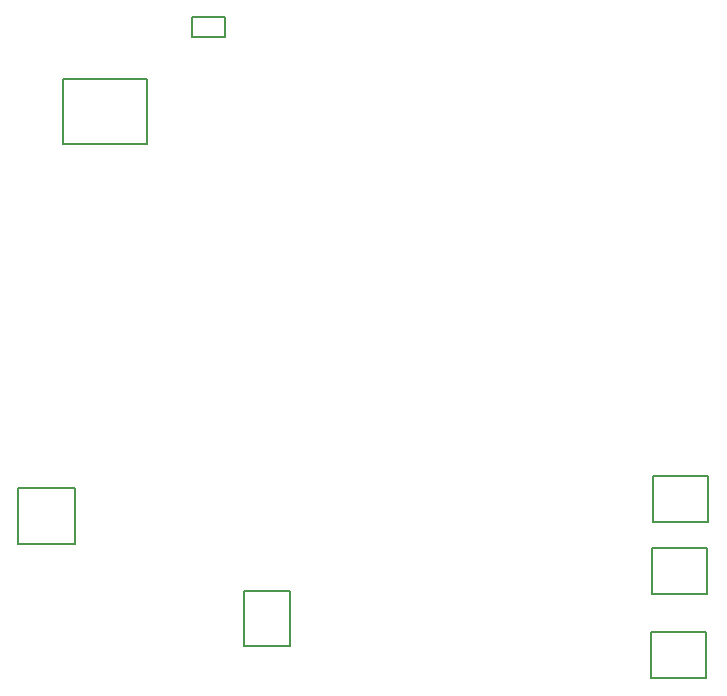
<source format=gbr>
%TF.GenerationSoftware,Altium Limited,Altium Designer,24.7.2 (38)*%
G04 Layer_Color=16711935*
%FSLAX45Y45*%
%MOMM*%
%TF.SameCoordinates,313A2AA4-CFAA-4B56-AAC7-ADE98D6BBF51*%
%TF.FilePolarity,Positive*%
%TF.FileFunction,Other,Bottom_Courtyard*%
%TF.Part,Single*%
G01*
G75*
%TA.AperFunction,NonConductor*%
%ADD62C,0.20000*%
D62*
X1142500Y2403403D02*
X1622500D01*
X1142500Y1930403D02*
Y2403403D01*
Y1930403D02*
X1622500D01*
Y2403403D01*
X6504589Y1899083D02*
X6970410D01*
X6504589Y1509083D02*
Y1899083D01*
Y1509083D02*
X6970410D01*
Y1899083D01*
X6499589Y1183292D02*
X6965411D01*
X6499589Y793291D02*
Y1183292D01*
Y793291D02*
X6965411D01*
Y1183292D01*
X6517089Y2507500D02*
X6982911D01*
X6517089Y2117500D02*
Y2507500D01*
Y2117500D02*
X6982911D01*
Y2507500D01*
X3055000Y1067089D02*
Y1532911D01*
Y1067089D02*
X3445000D01*
Y1532911D01*
X3055000D02*
X3445000D01*
X1522000Y5320000D02*
X2233000D01*
Y5870000D01*
X1522000D02*
X2233000D01*
X1522000Y5320000D02*
Y5870000D01*
X2607500Y6220000D02*
X2887500D01*
Y6390000D01*
X2607500D02*
X2887500D01*
X2607500Y6220000D02*
Y6390000D01*
%TF.MD5,0d67d5955c856459c553920424524e84*%
M02*

</source>
